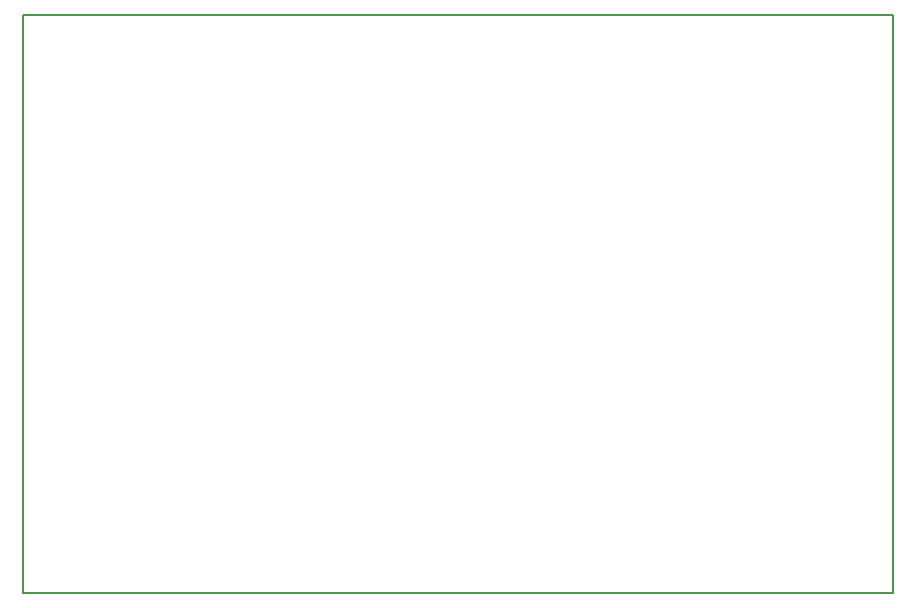
<source format=gbr>
G04 #@! TF.FileFunction,Profile,NP*
%FSLAX46Y46*%
G04 Gerber Fmt 4.6, Leading zero omitted, Abs format (unit mm)*
G04 Created by KiCad (PCBNEW 4.0.4-stable) date 12/11/17 12:25:10*
%MOMM*%
%LPD*%
G01*
G04 APERTURE LIST*
%ADD10C,0.100000*%
%ADD11C,0.150000*%
G04 APERTURE END LIST*
D10*
D11*
X45720000Y-106680000D02*
X45720000Y-57785000D01*
X119380000Y-106680000D02*
X45720000Y-106680000D01*
X119380000Y-57785000D02*
X119380000Y-106680000D01*
X45720000Y-57785000D02*
X119380000Y-57785000D01*
M02*

</source>
